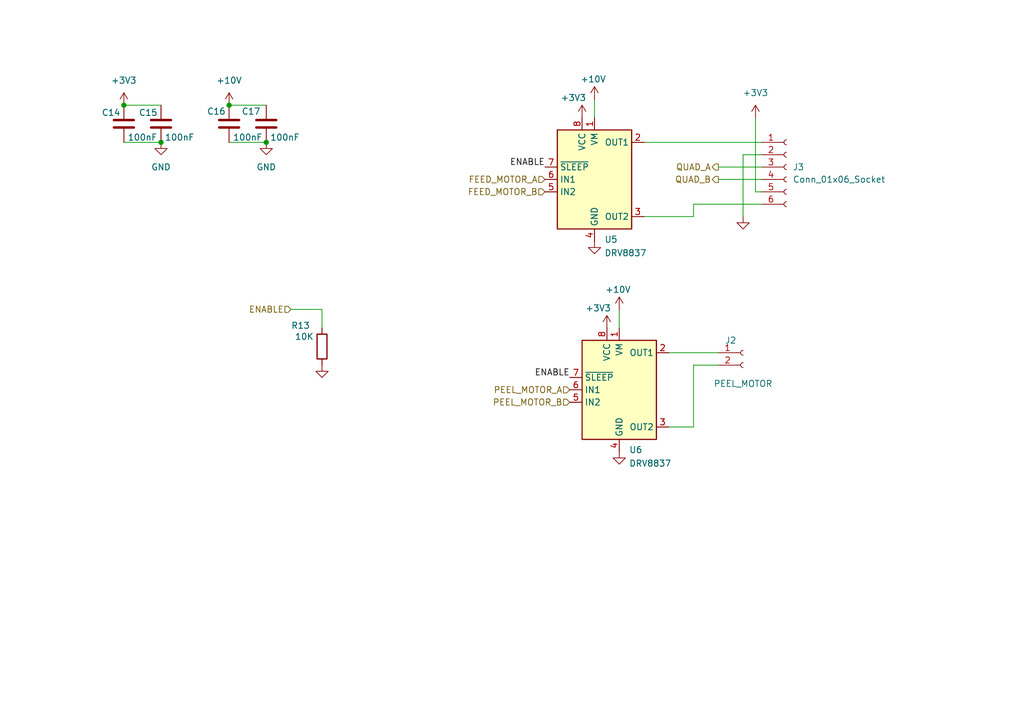
<source format=kicad_sch>
(kicad_sch (version 20250114) (generator "eeschema") (generator_version "9.0")
  (paper "A5")
  (lib_symbols
    (symbol "+10V_1" (power) (pin_numbers (hide yes)) (pin_names (offset 0) (hide yes))
      (property "Value" "+10V" (at 0 3.556 0))
      (symbol "+10V_1_0_1"
        (polyline (pts (xy -0.762 1.27) (xy 0 2.54)))
        (polyline (pts (xy 0 2.54) (xy 0.762 1.27)))
        (polyline (pts (xy 0 0) (xy 0 2.54)))
      )
      (symbol "+10V_1_1_1"
        (pin power_in line (at 0 0 90) (length 0) (name "~") (number "1"))
      )
    )
    (symbol "+10V_2" (power) (pin_numbers (hide yes)) (pin_names (offset 0) (hide yes))
      (property "Value" "+10V" (at 0 3.556 0))
      (symbol "+10V_2_0_1"
        (polyline (pts (xy -0.762 1.27) (xy 0 2.54)))
        (polyline (pts (xy 0 2.54) (xy 0.762 1.27)))
        (polyline (pts (xy 0 0) (xy 0 2.54)))
      )
      (symbol "+10V_2_1_1"
        (pin power_in line (at 0 0 90) (length 0) (name "~") (number "1"))
      )
    )
    (symbol "+3V3_1" (power) (pin_numbers (hide yes)) (pin_names (offset 0) (hide yes))
      (property "Value" "+3V3" (at 0 3.556 0))
      (symbol "+3V3_1_0_1"
        (polyline (pts (xy -0.762 1.27) (xy 0 2.54)))
        (polyline (pts (xy 0 2.54) (xy 0.762 1.27)))
        (polyline (pts (xy 0 0) (xy 0 2.54)))
      )
      (symbol "+3V3_1_1_1"
        (pin power_in line (at 0 0 90) (length 0) (name "~") (number "1"))
      )
    )
    (symbol "+3V3_2" (power) (pin_numbers (hide yes)) (pin_names (offset 0) (hide yes))
      (property "Value" "+3V3" (at 0 3.556 0))
      (symbol "+3V3_2_0_1"
        (polyline (pts (xy -0.762 1.27) (xy 0 2.54)))
        (polyline (pts (xy 0 2.54) (xy 0.762 1.27)))
        (polyline (pts (xy 0 0) (xy 0 2.54)))
      )
      (symbol "+3V3_2_1_1"
        (pin power_in line (at 0 0 90) (length 0) (name "~") (number "1"))
      )
    )
    (symbol "+3V3_3" (power) (pin_numbers (hide yes)) (pin_names (offset 0) (hide yes))
      (property "Value" "+3V3" (at 0 3.556 0))
      (symbol "+3V3_3_0_1"
        (polyline (pts (xy -0.762 1.27) (xy 0 2.54)))
        (polyline (pts (xy 0 2.54) (xy 0.762 1.27)))
        (polyline (pts (xy 0 0) (xy 0 2.54)))
      )
      (symbol "+3V3_3_1_1"
        (pin power_in line (at 0 0 90) (length 0) (name "~") (number "1"))
      )
    )
    (symbol "Connector:Conn_01x02_Socket" (pin_names (offset 1.016) (hide yes))
      (property "Reference" "J" (at 0 2.54 0))
      (property "Value" "Conn_01x02_Socket" (at 0 -5.08 0))
      (symbol "Conn_01x02_Socket_1_1"
        (polyline (pts (xy -1.27 0) (xy -0.508 0)) (stroke (width 0.1524)))
        (polyline (pts (xy -1.27 -2.54) (xy -0.508 -2.54)) (stroke (width 0.1524)))
        (arc (start 0 -0.508) (mid -0.5058 0) (end 0 0.508) (stroke (width 0.1524)))
        (arc (start 0 -3.048) (mid -0.5058 -2.54) (end 0 -2.032) (stroke (width 0.1524)))
        (pin passive line (at -5.08 0 0) (length 3.81) (name "Pin_1") (number "1"))
        (pin passive line (at -5.08 -2.54 0) (length 3.81) (name "Pin_2") (number "2"))
      )
    )
    (symbol "Connector:Conn_01x06_Socket" (pin_names (offset 1.016) (hide yes))
      (property "Reference" "J" (at 0 7.62 0))
      (property "Value" "Conn_01x06_Socket" (at 0 -10.16 0))
      (symbol "Conn_01x06_Socket_1_1"
        (polyline (pts (xy -1.27 5.08) (xy -0.508 5.08)) (stroke (width 0.1524)))
        (polyline (pts (xy -1.27 2.54) (xy -0.508 2.54)) (stroke (width 0.1524)))
        (polyline (pts (xy -1.27 0) (xy -0.508 0)) (stroke (width 0.1524)))
        (polyline (pts (xy -1.27 -2.54) (xy -0.508 -2.54)) (stroke (width 0.1524)))
        (polyline (pts (xy -1.27 -5.08) (xy -0.508 -5.08)) (stroke (width 0.1524)))
        (polyline (pts (xy -1.27 -7.62) (xy -0.508 -7.62)) (stroke (width 0.1524)))
        (arc (start 0 4.572) (mid -0.5058 5.08) (end 0 5.588) (stroke (width 0.1524)))
        (arc (start 0 2.032) (mid -0.5058 2.54) (end 0 3.048) (stroke (width 0.1524)))
        (arc (start 0 -0.508) (mid -0.5058 0) (end 0 0.508) (stroke (width 0.1524)))
        (arc (start 0 -3.048) (mid -0.5058 -2.54) (end 0 -2.032) (stroke (width 0.1524)))
        (arc (start 0 -5.588) (mid -0.5058 -5.08) (end 0 -4.572) (stroke (width 0.1524)))
        (arc (start 0 -8.128) (mid -0.5058 -7.62) (end 0 -7.112) (stroke (width 0.1524)))
        (pin passive line (at -5.08 5.08 0) (length 3.81) (name "Pin_1") (number "1"))
        (pin passive line (at -5.08 2.54 0) (length 3.81) (name "Pin_2") (number "2"))
        (pin passive line (at -5.08 0 0) (length 3.81) (name "Pin_3") (number "3"))
        (pin passive line (at -5.08 -2.54 0) (length 3.81) (name "Pin_4") (number "4"))
        (pin passive line (at -5.08 -5.08 0) (length 3.81) (name "Pin_5") (number "5"))
        (pin passive line (at -5.08 -7.62 0) (length 3.81) (name "Pin_6") (number "6"))
      )
    )
    (symbol "Device:C" (pin_numbers (hide yes)) (pin_names (offset 0.254))
      (property "Reference" "C" (at 0.635 2.54 0))
      (property "Value" "C" (at 0.635 -2.54 0))
      (symbol "C_0_1"
        (polyline (pts (xy -2.032 0.762) (xy 2.032 0.762)) (stroke (width 0.508)))
        (polyline (pts (xy -2.032 -0.762) (xy 2.032 -0.762)) (stroke (width 0.508)))
      )
      (symbol "C_1_1"
        (pin passive line (at 0 3.81 270) (length 2.794) (name "~") (number "1"))
        (pin passive line (at 0 -3.81 90) (length 2.794) (name "~") (number "2"))
      )
    )
    (symbol "Device:R" (pin_numbers (hide yes)) (pin_names (offset 0))
      (property "Reference" "R" (at 2.032 0 90))
      (property "Value" "R" (at 0 0 90))
      (symbol "R_0_1"
        (rectangle (start -1.016 -2.54) (end 1.016 2.54) (stroke (width 0.254)))
      )
      (symbol "R_1_1"
        (pin passive line (at 0 3.81 270) (length 1.27) (name "~") (number "1"))
        (pin passive line (at 0 -3.81 90) (length 1.27) (name "~") (number "2"))
      )
    )
    (symbol "Driver_Motor:DRV8837"
      (property "Reference" "U" (at 6.35 11.43 0))
      (property "Value" "DRV8837" (at -10.16 11.43 0))
      (symbol "DRV8837_0_1"
        (rectangle (start -7.62 10.16) (end 7.62 -10.16) (stroke (width 0.254)) (fill (type background)))
      )
      (symbol "DRV8837_1_1"
        (pin input line (at -10.16 2.54 0) (length 2.54) (name "~{SLEEP}") (number "7"))
        (pin input line (at -10.16 0 0) (length 2.54) (name "IN1") (number "6"))
        (pin input line (at -10.16 -2.54 0) (length 2.54) (name "IN2") (number "5"))
        (pin power_in line (at -2.54 12.7 270) (length 2.54) (name "VCC") (number "8"))
        (pin power_in line (at 0 12.7 270) (length 2.54) (name "VM") (number "1"))
        (pin power_in line (at 0 -12.7 90) (length 2.54) (name "GND") (number "4"))
        (pin passive line (at 0 -12.7 90) (length 2.54) (hide yes) (name "GND") (number "9"))
        (pin output line (at 10.16 7.62 180) (length 2.54) (name "OUT1") (number "2"))
        (pin output line (at 10.16 -7.62 180) (length 2.54) (name "OUT2") (number "3"))
      )
    )
    (symbol "GND_1" (power) (pin_numbers (hide yes)) (pin_names (offset 0) (hide yes))
      (property "Value" "GND" (at 0 -3.81 0))
      (symbol "GND_1_0_1"
        (polyline (pts (xy 0 0) (xy 0 -1.27) (xy 1.27 -1.27) (xy 0 -2.54) (xy -1.27 -1.27) (xy 0 -1.27)))
      )
      (symbol "GND_1_1_1"
        (pin power_in line (at 0 0 270) (length 0) (name "~") (number "1"))
      )
    )
    (symbol "GND_2" (power) (pin_numbers (hide yes)) (pin_names (offset 0) (hide yes))
      (property "Value" "GND" (at 0 -3.81 0))
      (symbol "GND_2_0_1"
        (polyline (pts (xy 0 0) (xy 0 -1.27) (xy 1.27 -1.27) (xy 0 -2.54) (xy -1.27 -1.27) (xy 0 -1.27)))
      )
      (symbol "GND_2_1_1"
        (pin power_in line (at 0 0 270) (length 0) (name "~") (number "1"))
      )
    )
    (symbol "GND_3" (power) (pin_numbers (hide yes)) (pin_names (offset 0) (hide yes))
      (property "Value" "GND" (at 0 -3.81 0))
      (symbol "GND_3_0_1"
        (polyline (pts (xy 0 0) (xy 0 -1.27) (xy 1.27 -1.27) (xy 0 -2.54) (xy -1.27 -1.27) (xy 0 -1.27)))
      )
      (symbol "GND_3_1_1"
        (pin power_in line (at 0 0 270) (length 0) (name "~") (number "1"))
      )
    )
    (symbol "GND_4" (power) (pin_numbers (hide yes)) (pin_names (offset 0) (hide yes))
      (property "Value" "GND" (at 0 -3.81 0))
      (symbol "GND_4_0_1"
        (polyline (pts (xy 0 0) (xy 0 -1.27) (xy 1.27 -1.27) (xy 0 -2.54) (xy -1.27 -1.27) (xy 0 -1.27)))
      )
      (symbol "GND_4_1_1"
        (pin power_in line (at 0 0 270) (length 0) (name "~") (number "1"))
      )
    )
    (symbol "GND_5" (power) (pin_numbers (hide yes)) (pin_names (offset 0) (hide yes))
      (property "Value" "GND" (at 0 -3.81 0))
      (symbol "GND_5_0_1"
        (polyline (pts (xy 0 0) (xy 0 -1.27) (xy 1.27 -1.27) (xy 0 -2.54) (xy -1.27 -1.27) (xy 0 -1.27)))
      )
      (symbol "GND_5_1_1"
        (pin power_in line (at 0 0 270) (length 0) (name "~") (number "1"))
      )
    )
    (symbol "power:GND" (power) (pin_numbers (hide yes)) (pin_names (offset 0) (hide yes))
      (property "Value" "GND" (at 0 -3.81 0))
      (symbol "GND_0_1"
        (polyline (pts (xy 0 0) (xy 0 -1.27) (xy 1.27 -1.27) (xy 0 -2.54) (xy -1.27 -1.27) (xy 0 -1.27)))
      )
      (symbol "GND_1_1"
        (pin power_in line (at 0 0 270) (length 0) (name "~") (number "1"))
      )
    )
  )
  (junction (at 46.99 21.59))
  (junction (at 33.02 29.21))
  (junction (at 54.61 29.21))
  (junction (at 25.4 21.59))
  (wire (pts (xy 142.24 74.93) (xy 147.32 74.93)))
  (wire (pts (xy 142.24 41.91) (xy 142.24 44.45)))
  (wire (pts (xy 156.21 39.37) (xy 154.94 39.37)))
  (wire (pts (xy 142.24 87.63) (xy 137.16 87.63)))
  (wire (pts (xy 147.32 72.39) (xy 137.16 72.39)))
  (wire (pts (xy 147.32 34.29) (xy 156.21 34.29)))
  (wire (pts (xy 127 63.5) (xy 127 67.31)))
  (wire (pts (xy 152.4 31.75) (xy 156.21 31.75)))
  (wire (pts (xy 154.94 24.13) (xy 154.94 39.37)))
  (wire (pts (xy 156.21 41.91) (xy 142.24 41.91)))
  (wire (pts (xy 46.99 29.21) (xy 54.61 29.21)))
  (wire (pts (xy 66.04 67.31) (xy 66.04 63.5)))
  (wire (pts (xy 147.32 36.83) (xy 156.21 36.83)))
  (wire (pts (xy 132.08 29.21) (xy 156.21 29.21)))
  (wire (pts (xy 152.4 44.45) (xy 152.4 31.75)))
  (wire (pts (xy 59.69 63.5) (xy 66.04 63.5)))
  (wire (pts (xy 121.92 20.32) (xy 121.92 24.13)))
  (wire (pts (xy 142.24 74.93) (xy 142.24 87.63)))
  (wire (pts (xy 46.99 21.59) (xy 54.61 21.59)))
  (wire (pts (xy 25.4 29.21) (xy 33.02 29.21)))
  (wire (pts (xy 25.4 21.59) (xy 33.02 21.59)))
  (wire (pts (xy 142.24 44.45) (xy 132.08 44.45)))
  (label "ENABLE" (at 111.76 34.29 180))
  (label "ENABLE" (at 116.84 77.47 180))
  (hierarchical_label "FEED_MOTOR_B" (shape input) (at 111.76 39.37 180))
  (hierarchical_label "QUAD_A" (shape output) (at 147.32 34.29 180))
  (hierarchical_label "ENABLE" (shape input) (at 59.69 63.5 180))
  (hierarchical_label "PEEL_MOTOR_A" (shape input) (at 116.84 80.01 180))
  (hierarchical_label "QUAD_B" (shape output) (at 147.32 36.83 180))
  (hierarchical_label "FEED_MOTOR_A" (shape input) (at 111.76 36.83 180))
  (hierarchical_label "PEEL_MOTOR_B" (shape input) (at 116.84 82.55 180))
  (symbol (lib_name "GND_1") (lib_id "power:GND") (at 152.4 44.45 0) (unit 1)
    (property "Reference" "#PWR039" (effects (hide yes)))
    (property "Value" "GND" (effects (hide yes)))
    (property "Description" "Power symbol creates a global label with name \"GND\" , ground" (effects (hide yes)))
  )
  (symbol (lib_id "Connector:Conn_01x06_Socket") (at 161.29 34.29 0) (unit 1)
    (property "Reference" "J3" (at 162.56 34.2899 0) (effects (justify left)))
    (property "Value" "Conn_01x06_Socket" (at 162.56 36.8299 0) (effects (justify left)))
    (property "Footprint" "Connector_Molex:Molex_PicoBlade_53261-0671_1x06-1MP_P1.25mm_Horizontal" (effects (hide yes)))
    (property "Description" "Generic connector, single row, 01x06, script generated" (effects (hide yes)))
    (property "LCSC" "C2845383" (effects (hide yes)))
  )
  (symbol (lib_id "Device:C") (at 46.99 25.4 0) (unit 1)
    (property "Reference" "C16" (at 42.418 22.86 0) (effects (justify left)))
    (property "Value" "100nF" (at 47.752 28.194 0) (effects (justify left)))
    (property "Footprint" "Capacitor_SMD:C_0603_1608Metric" (effects (hide yes)))
    (property "Description" "Unpolarized capacitor" (effects (hide yes)))
    (property "LCSC" "C14663" (effects (hide yes)))
  )
  (symbol (lib_name "GND_3") (lib_id "power:GND") (at 33.02 29.21 0) (unit 1)
    (property "Reference" "#PWR029" (effects (hide yes)))
    (property "Value" "GND" (at 33.02 34.29 0))
    (property "Description" "Power symbol creates a global label with name \"GND\" , ground" (effects (hide yes)))
  )
  (symbol (lib_name "+3V3_1") (lib_id "power:+3V3") (at 154.94 24.13 0) (unit 1)
    (property "Reference" "#PWR040" (effects (hide yes)))
    (property "Value" "+3V3" (at 154.94 19.05 0))
    (property "Description" "Power symbol creates a global label with name \"+3V3\"" (effects (hide yes)))
  )
  (symbol (lib_id "Device:R") (at 66.04 71.12 0) (unit 1)
    (property "Reference" "R13" (at 59.69 66.802 0) (effects (justify left)))
    (property "Value" "10K" (at 60.452 69.088 0) (effects (justify left)))
    (property "Footprint" "Resistor_SMD:R_0603_1608Metric" (effects (hide yes)))
    (property "Datasheet" "https://www.lcsc.com/datasheet/lcsc_datasheet_2411221127_UNI-ROYAL-Uniroyal-Elec-0603WAF1002T5E_C25804.pdf" (effects (hide yes)))
    (property "Description" "0.1W Thick Film Resistors 75V ±100ppm/℃ ±1% 10kΩ 0603 Chip Resistor - Surface Mount ROHS" (effects (hide yes)))
    (property "LCSC" "C25804" (effects (hide yes)))
  )
  (symbol (lib_name "+10V_2") (lib_id "power:+10V") (at 121.92 20.32 0) (unit 1)
    (property "Reference" "#PWR034" (effects (hide yes)))
    (property "Value" "+10V" (at 121.666 16.256 0))
    (property "Description" "Power symbol creates a global label with name \"+10V\"" (effects (hide yes)))
  )
  (symbol (lib_name "+10V_1") (lib_id "power:+10V") (at 46.99 21.59 0) (unit 1)
    (property "Reference" "#PWR030" (effects (hide yes)))
    (property "Value" "+10V" (at 46.99 16.51 0))
    (property "Description" "Power symbol creates a global label with name \"+10V\"" (effects (hide yes)))
  )
  (symbol (lib_name "+10V_2") (lib_id "power:+10V") (at 127 63.5 0) (unit 1)
    (property "Reference" "#PWR037" (effects (hide yes)))
    (property "Value" "+10V" (at 126.746 59.436 0))
    (property "Description" "Power symbol creates a global label with name \"+10V\"" (effects (hide yes)))
  )
  (symbol (lib_name "+3V3_3") (lib_id "power:+3V3") (at 124.46 67.31 0) (unit 1)
    (property "Reference" "#PWR036" (effects (hide yes)))
    (property "Value" "+3V3" (at 122.682 63.246 0))
    (property "Description" "Power symbol creates a global label with name \"+3V3\"" (effects (hide yes)))
  )
  (symbol (lib_id "Connector:Conn_01x02_Socket") (at 152.4 72.39 0) (unit 1)
    (property "Reference" "J2" (at 149.86 69.85 0))
    (property "Value" "PEEL_MOTOR" (at 152.4 78.74 0))
    (property "Footprint" "Connector_Molex:Molex_PicoBlade_53261-0271_1x02-1MP_P1.25mm_Horizontal" (effects (hide yes)))
    (property "Datasheet" "https://www.lcsc.com/datasheet/lcsc_datasheet_2411121100_HCTL-HC-1-25-2PWT_C2845379.pdf" (effects (hide yes)))
    (property "Description" "1x2P 2P PicoBlade(MX 1.25) Tin 2 -40℃~+105℃ 1A 1 1.25mm Brass Horizontal attachment SMD,P=1.25mm,Surface Mount，Right Angle Wire To Board Connector ROHS" (effects (hide yes)))
    (property "LCSC" "C2845379" (effects (hide yes)))
  )
  (symbol (lib_id "Driver_Motor:DRV8837") (at 121.92 36.83 0) (unit 1)
    (property "Reference" "U5" (at 123.9394 49.1395 0) (effects (justify left)))
    (property "Value" "DRV8837" (at 123.9394 51.9146 0) (effects (justify left)))
    (property "Footprint" "Package_SON:WSON-8-1EP_2x2mm_P0.5mm_EP0.9x1.6mm" (effects (hide yes)))
    (property "Datasheet" "https://www.lcsc.com/datasheet/lcsc_datasheet_2410121458_Texas-Instruments-DRV8837CDSGR_C191000.pdf" (effects (hide yes)))
    (property "Description" "WSON-8-EP(2x2) Brushed DC Motor Drivers ROHS" (effects (hide yes)))
    (property "LCSC" "C191000" (effects (hide yes)))
  )
  (symbol (lib_id "Driver_Motor:DRV8837") (at 127 80.01 0) (unit 1)
    (property "Reference" "U6" (at 129.0194 92.3195 0) (effects (justify left)))
    (property "Value" "DRV8837" (at 129.0194 95.0946 0) (effects (justify left)))
    (property "Footprint" "Package_SON:WSON-8-1EP_2x2mm_P0.5mm_EP0.9x1.6mm" (effects (hide yes)))
    (property "Datasheet" "https://www.lcsc.com/datasheet/lcsc_datasheet_2410121458_Texas-Instruments-DRV8837CDSGR_C191000.pdf" (effects (hide yes)))
    (property "Description" "WSON-8-EP(2x2) Brushed DC Motor Drivers ROHS" (effects (hide yes)))
    (property "LCSC" "C191000" (effects (hide yes)))
  )
  (symbol (lib_name "GND_5") (lib_id "power:GND") (at 127 92.71 0) (unit 1)
    (property "Reference" "#PWR038" (effects (hide yes)))
    (property "Value" "GND" (effects (hide yes)))
    (property "Description" "Power symbol creates a global label with name \"GND\" , ground" (effects (hide yes)))
  )
  (symbol (lib_name "+3V3_3") (lib_id "power:+3V3") (at 119.38 24.13 0) (unit 1)
    (property "Reference" "#PWR033" (effects (hide yes)))
    (property "Value" "+3V3" (at 117.602 20.066 0))
    (property "Description" "Power symbol creates a global label with name \"+3V3\"" (effects (hide yes)))
  )
  (symbol (lib_id "Device:C") (at 33.02 25.4 0) (unit 1)
    (property "Reference" "C15" (at 28.448 23.114 0) (effects (justify left)))
    (property "Value" "100nF" (at 33.782 28.194 0) (effects (justify left)))
    (property "Footprint" "Capacitor_SMD:C_0603_1608Metric" (effects (hide yes)))
    (property "Description" "Unpolarized capacitor" (effects (hide yes)))
    (property "LCSC" "C14663" (effects (hide yes)))
  )
  (symbol (lib_name "GND_4") (lib_id "power:GND") (at 66.04 74.93 0) (unit 1)
    (property "Reference" "#PWR032" (effects (hide yes)))
    (property "Value" "GND" (effects (hide yes)))
    (property "Description" "Power symbol creates a global label with name \"GND\" , ground" (effects (hide yes)))
  )
  (symbol (lib_name "+3V3_2") (lib_id "power:+3V3") (at 25.4 21.59 0) (unit 1)
    (property "Reference" "#PWR028" (effects (hide yes)))
    (property "Value" "+3V3" (at 25.4 16.51 0))
    (property "Description" "Power symbol creates a global label with name \"+3V3\"" (effects (hide yes)))
  )
  (symbol (lib_id "Device:C") (at 25.4 25.4 0) (unit 1)
    (property "Reference" "C14" (at 20.828 23.114 0) (effects (justify left)))
    (property "Value" "100nF" (at 26.162 28.194 0) (effects (justify left)))
    (property "Footprint" "Capacitor_SMD:C_0603_1608Metric" (effects (hide yes)))
    (property "Description" "Unpolarized capacitor" (effects (hide yes)))
    (property "LCSC" "C14663" (effects (hide yes)))
  )
  (symbol (lib_id "Device:C") (at 54.61 25.4 0) (unit 1)
    (property "Reference" "C17" (at 49.53 22.86 0) (effects (justify left)))
    (property "Value" "100nF" (at 55.372 28.194 0) (effects (justify left)))
    (property "Footprint" "Capacitor_SMD:C_0603_1608Metric" (effects (hide yes)))
    (property "Description" "Unpolarized capacitor" (effects (hide yes)))
    (property "LCSC" "C14663" (effects (hide yes)))
  )
  (symbol (lib_name "GND_2") (lib_id "power:GND") (at 54.61 29.21 0) (unit 1)
    (property "Reference" "#PWR031" (effects (hide yes)))
    (property "Value" "GND" (at 54.61 34.29 0))
    (property "Description" "Power symbol creates a global label with name \"GND\" , ground" (effects (hide yes)))
  )
  (symbol (lib_id "power:GND") (at 121.92 49.53 0) (unit 1)
    (property "Reference" "#PWR035" (effects (hide yes)))
    (property "Value" "GND" (effects (hide yes)))
    (property "Description" "Power symbol creates a global label with name \"GND\" , ground" (effects (hide yes)))
  )
)
</source>
